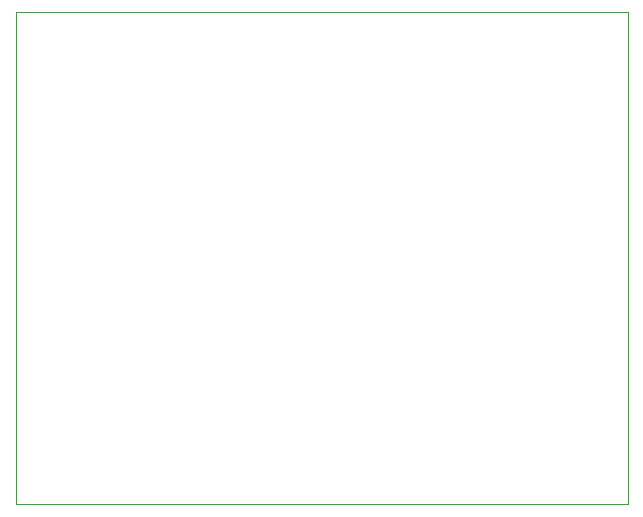
<source format=gbr>
G04 #@! TF.GenerationSoftware,KiCad,Pcbnew,(5.1.6)-1*
G04 #@! TF.CreationDate,2020-09-08T19:34:43-04:00*
G04 #@! TF.ProjectId,PayloadPrototypeBoard,5061796c-6f61-4645-9072-6f746f747970,rev?*
G04 #@! TF.SameCoordinates,Original*
G04 #@! TF.FileFunction,Profile,NP*
%FSLAX46Y46*%
G04 Gerber Fmt 4.6, Leading zero omitted, Abs format (unit mm)*
G04 Created by KiCad (PCBNEW (5.1.6)-1) date 2020-09-08 19:34:43*
%MOMM*%
%LPD*%
G01*
G04 APERTURE LIST*
G04 #@! TA.AperFunction,Profile*
%ADD10C,0.050000*%
G04 #@! TD*
G04 APERTURE END LIST*
D10*
X26924000Y-101092000D02*
X26924000Y-59436000D01*
X78740000Y-101092000D02*
X26924000Y-101092000D01*
X78740000Y-59436000D02*
X78740000Y-101092000D01*
X26924000Y-59436000D02*
X78740000Y-59436000D01*
M02*

</source>
